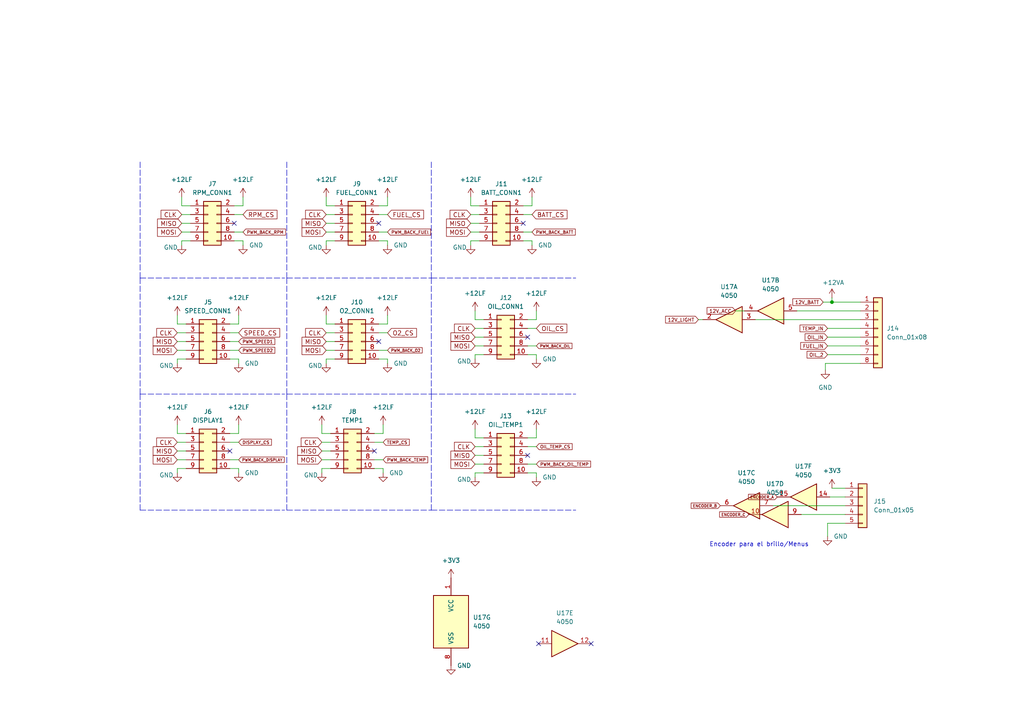
<source format=kicad_sch>
(kicad_sch (version 20211123) (generator eeschema)
  (paper "A4")
  (title_block (title "DashDash Mainboard") (date "2022-07-18") (rev "v2.0.0") (company "Churrosoft"))
  (lib_symbols
    (symbol "4xxx:4050" (pin_names (offset 1.016))
      (property "Reference" "U" (at 0 1.27 0))
      (property "Value" "4050" (at 0 -1.27 0))
      (symbol "4050_1_0"
        (polyline (pts (xy -3.81 3.81) (xy -3.81 -3.81) (xy 3.81 0) (xy -3.81 3.81)) (stroke (width 0.254)) (fill (type background)))
        (pin output line (at 7.62 0 180) (length 3.81) (name "~") (number "2"))
        (pin input line (at -7.62 0 0) (length 3.81) (name "~") (number "3"))
      )
      (symbol "4050_2_0"
        (polyline (pts (xy -3.81 3.81) (xy -3.81 -3.81) (xy 3.81 0) (xy -3.81 3.81)) (stroke (width 0.254)) (fill (type background)))
        (pin output line (at 7.62 0 180) (length 3.81) (name "~") (number "4"))
        (pin input line (at -7.62 0 0) (length 3.81) (name "~") (number "5"))
      )
      (symbol "4050_3_0"
        (polyline (pts (xy -3.81 3.81) (xy -3.81 -3.81) (xy 3.81 0) (xy -3.81 3.81)) (stroke (width 0.254)) (fill (type background)))
        (pin output line (at 7.62 0 180) (length 3.81) (name "~") (number "6"))
        (pin input line (at -7.62 0 0) (length 3.81) (name "~") (number "7"))
      )
      (symbol "4050_4_0"
        (polyline (pts (xy -3.81 3.81) (xy -3.81 -3.81) (xy 3.81 0) (xy -3.81 3.81)) (stroke (width 0.254)) (fill (type background)))
        (pin output line (at 7.62 0 180) (length 3.81) (name "~") (number "10"))
        (pin input line (at -7.62 0 0) (length 3.81) (name "~") (number "9"))
      )
      (symbol "4050_5_0"
        (polyline (pts (xy -3.81 3.81) (xy -3.81 -3.81) (xy 3.81 0) (xy -3.81 3.81)) (stroke (width 0.254)) (fill (type background)))
        (pin input line (at -7.62 0 0) (length 3.81) (name "~") (number "11"))
        (pin output line (at 7.62 0 180) (length 3.81) (name "~") (number "12"))
      )
      (symbol "4050_6_0"
        (polyline (pts (xy -3.81 3.81) (xy -3.81 -3.81) (xy 3.81 0) (xy -3.81 3.81)) (stroke (width 0.254)) (fill (type background)))
        (pin input line (at -7.62 0 0) (length 3.81) (name "~") (number "14"))
        (pin output line (at 7.62 0 180) (length 3.81) (name "~") (number "15"))
      )
      (symbol "4050_7_0"
        (pin power_in line (at 0 12.7 270) (length 5.08) (name "VCC") (number "1"))
        (pin power_in line (at 0 -12.7 90) (length 5.08) (name "VSS") (number "8"))
      )
      (symbol "4050_7_1"
        (rectangle (start -5.08 7.62) (end 5.08 -7.62) (stroke (width 0.254)) (fill (type background)))
      )
    )
    (symbol "Connector_Generic:Conn_01x05" (pin_names (offset 1.016) hide)
      (property "Reference" "J" (at 0 7.62 0))
      (property "Value" "Conn_01x05" (at 0 -7.62 0))
      (symbol "Conn_01x05_1_1"
        (rectangle (start -1.27 -4.953) (end 0 -5.207) (stroke (width 0.1524)))
        (rectangle (start -1.27 -2.413) (end 0 -2.667) (stroke (width 0.1524)))
        (rectangle (start -1.27 0.127) (end 0 -0.127) (stroke (width 0.1524)))
        (rectangle (start -1.27 2.667) (end 0 2.413) (stroke (width 0.1524)))
        (rectangle (start -1.27 5.207) (end 0 4.953) (stroke (width 0.1524)))
        (rectangle (start -1.27 6.35) (end 1.27 -6.35) (stroke (width 0.254)) (fill (type background)))
        (pin passive line (at -5.08 5.08 0) (length 3.81) (name "Pin_1") (number "1"))
        (pin passive line (at -5.08 2.54 0) (length 3.81) (name "Pin_2") (number "2"))
        (pin passive line (at -5.08 0 0) (length 3.81) (name "Pin_3") (number "3"))
        (pin passive line (at -5.08 -2.54 0) (length 3.81) (name "Pin_4") (number "4"))
        (pin passive line (at -5.08 -5.08 0) (length 3.81) (name "Pin_5") (number "5"))
      )
    )
    (symbol "Connector_Generic:Conn_01x08" (pin_names (offset 1.016) hide)
      (property "Reference" "J" (at 0 10.16 0))
      (property "Value" "Conn_01x08" (at 0 -12.7 0))
      (symbol "Conn_01x08_1_1"
        (rectangle (start -1.27 -10.033) (end 0 -10.287) (stroke (width 0.1524)))
        (rectangle (start -1.27 -7.493) (end 0 -7.747) (stroke (width 0.1524)))
        (rectangle (start -1.27 -4.953) (end 0 -5.207) (stroke (width 0.1524)))
        (rectangle (start -1.27 -2.413) (end 0 -2.667) (stroke (width 0.1524)))
        (rectangle (start -1.27 0.127) (end 0 -0.127) (stroke (width 0.1524)))
        (rectangle (start -1.27 2.667) (end 0 2.413) (stroke (width 0.1524)))
        (rectangle (start -1.27 5.207) (end 0 4.953) (stroke (width 0.1524)))
        (rectangle (start -1.27 7.747) (end 0 7.493) (stroke (width 0.1524)))
        (rectangle (start -1.27 8.89) (end 1.27 -11.43) (stroke (width 0.254)) (fill (type background)))
        (pin passive line (at -5.08 7.62 0) (length 3.81) (name "Pin_1") (number "1"))
        (pin passive line (at -5.08 5.08 0) (length 3.81) (name "Pin_2") (number "2"))
        (pin passive line (at -5.08 2.54 0) (length 3.81) (name "Pin_3") (number "3"))
        (pin passive line (at -5.08 0 0) (length 3.81) (name "Pin_4") (number "4"))
        (pin passive line (at -5.08 -2.54 0) (length 3.81) (name "Pin_5") (number "5"))
        (pin passive line (at -5.08 -5.08 0) (length 3.81) (name "Pin_6") (number "6"))
        (pin passive line (at -5.08 -7.62 0) (length 3.81) (name "Pin_7") (number "7"))
        (pin passive line (at -5.08 -10.16 0) (length 3.81) (name "Pin_8") (number "8"))
      )
    )
    (symbol "Connector_Generic:Conn_02x05_Odd_Even" (pin_names (offset 1.016) hide)
      (property "Reference" "J" (at 1.27 7.62 0))
      (property "Value" "Conn_02x05_Odd_Even" (at 1.27 -7.62 0))
      (symbol "Conn_02x05_Odd_Even_1_1"
        (rectangle (start -1.27 -4.953) (end 0 -5.207) (stroke (width 0.1524)))
        (rectangle (start -1.27 -2.413) (end 0 -2.667) (stroke (width 0.1524)))
        (rectangle (start -1.27 0.127) (end 0 -0.127) (stroke (width 0.1524)))
        (rectangle (start -1.27 2.667) (end 0 2.413) (stroke (width 0.1524)))
        (rectangle (start -1.27 5.207) (end 0 4.953) (stroke (width 0.1524)))
        (rectangle (start -1.27 6.35) (end 3.81 -6.35) (stroke (width 0.254)) (fill (type background)))
        (rectangle (start 3.81 -4.953) (end 2.54 -5.207) (stroke (width 0.1524)))
        (rectangle (start 3.81 -2.413) (end 2.54 -2.667) (stroke (width 0.1524)))
        (rectangle (start 3.81 0.127) (end 2.54 -0.127) (stroke (width 0.1524)))
        (rectangle (start 3.81 2.667) (end 2.54 2.413) (stroke (width 0.1524)))
        (rectangle (start 3.81 5.207) (end 2.54 4.953) (stroke (width 0.1524)))
        (pin passive line (at -5.08 5.08 0) (length 3.81) (name "Pin_1") (number "1"))
        (pin passive line (at 7.62 -5.08 180) (length 3.81) (name "Pin_10") (number "10"))
        (pin passive line (at 7.62 5.08 180) (length 3.81) (name "Pin_2") (number "2"))
        (pin passive line (at -5.08 2.54 0) (length 3.81) (name "Pin_3") (number "3"))
        (pin passive line (at 7.62 2.54 180) (length 3.81) (name "Pin_4") (number "4"))
        (pin passive line (at -5.08 0 0) (length 3.81) (name "Pin_5") (number "5"))
        (pin passive line (at 7.62 0 180) (length 3.81) (name "Pin_6") (number "6"))
        (pin passive line (at -5.08 -2.54 0) (length 3.81) (name "Pin_7") (number "7"))
        (pin passive line (at 7.62 -2.54 180) (length 3.81) (name "Pin_8") (number "8"))
        (pin passive line (at -5.08 -5.08 0) (length 3.81) (name "Pin_9") (number "9"))
      )
    )
    (symbol "power:+12LF" (power) (pin_names (offset 0))
      (property "Value" "+12LF" (at 0 3.556 0))
      (symbol "+12LF_0_1"
        (polyline (pts (xy -0.762 1.27) (xy 0 2.54)))
        (polyline (pts (xy 0 0) (xy 0 2.54)))
        (polyline (pts (xy 0 2.54) (xy 0.762 1.27)))
      )
      (symbol "+12LF_1_1"
        (pin power_in line (at 0 0 90) (length 0) hide (name "+12LF") (number "1"))
      )
    )
    (symbol "power:+12VA" (power) (pin_names (offset 0))
      (property "Value" "+12VA" (at 0 3.556 0))
      (symbol "+12VA_0_1"
        (polyline (pts (xy -0.762 1.27) (xy 0 2.54)))
        (polyline (pts (xy 0 0) (xy 0 2.54)))
        (polyline (pts (xy 0 2.54) (xy 0.762 1.27)))
      )
      (symbol "+12VA_1_1"
        (pin power_in line (at 0 0 90) (length 0) hide (name "+12VA") (number "1"))
      )
    )
    (symbol "power:+3V3" (power) (pin_names (offset 0))
      (property "Value" "+3V3" (at 0 3.556 0))
      (symbol "+3V3_0_1"
        (polyline (pts (xy -0.762 1.27) (xy 0 2.54)))
        (polyline (pts (xy 0 0) (xy 0 2.54)))
        (polyline (pts (xy 0 2.54) (xy 0.762 1.27)))
      )
      (symbol "+3V3_1_1"
        (pin power_in line (at 0 0 90) (length 0) hide (name "+3V3") (number "1"))
      )
    )
    (symbol "power:GND" (power) (pin_names (offset 0))
      (property "Value" "GND" (at 0 -3.81 0))
      (symbol "GND_0_1"
        (polyline (pts (xy 0 0) (xy 0 -1.27) (xy 1.27 -1.27) (xy 0 -2.54) (xy -1.27 -1.27) (xy 0 -1.27)))
      )
      (symbol "GND_1_1"
        (pin power_in line (at 0 0 270) (length 0) hide (name "GND") (number "1"))
      )
    )
  )
  (junction (at 241.3 87.63))
  (no_connect (at 171.45 186.69))
  (no_connect (at 153.035 97.79))
  (no_connect (at 151.765 64.77))
  (no_connect (at 67.945 64.77))
  (no_connect (at 109.855 99.06))
  (no_connect (at 109.855 64.77))
  (no_connect (at 153.035 132.08))
  (no_connect (at 156.21 186.69))
  (no_connect (at 108.585 130.81))
  (no_connect (at 66.675 130.81))
  (wire (pts (xy 111.125 123.19) (xy 111.125 125.73)))
  (polyline (pts (xy 40.64 80.645) (xy 82.55 80.645)))
  (wire (pts (xy 109.855 62.23) (xy 112.395 62.23)))
  (wire (pts (xy 94.615 93.98) (xy 97.155 93.98)))
  (wire (pts (xy 224.155 146.685) (xy 245.11 146.685)))
  (wire (pts (xy 94.615 96.52) (xy 97.155 96.52)))
  (wire (pts (xy 240.665 144.145) (xy 245.11 144.145)))
  (wire (pts (xy 151.765 62.23) (xy 154.305 62.23)))
  (wire (pts (xy 93.345 130.81) (xy 95.885 130.81)))
  (wire (pts (xy 137.795 127) (xy 140.335 127)))
  (polyline (pts (xy 125.095 80.645) (xy 125.095 114.3)))
  (wire (pts (xy 137.795 100.33) (xy 140.335 100.33)))
  (wire (pts (xy 52.705 62.23) (xy 55.245 62.23)))
  (wire (pts (xy 51.435 104.14) (xy 51.435 105.41)))
  (wire (pts (xy 109.855 67.31) (xy 112.395 67.31)))
  (polyline (pts (xy 83.185 80.645) (xy 83.185 114.3)))
  (wire (pts (xy 66.675 135.89) (xy 69.215 135.89)))
  (wire (pts (xy 137.795 132.08) (xy 140.335 132.08)))
  (wire (pts (xy 231.14 90.17) (xy 249.555 90.17)))
  (wire (pts (xy 53.975 135.89) (xy 51.435 135.89)))
  (wire (pts (xy 94.615 64.77) (xy 97.155 64.77)))
  (wire (pts (xy 52.705 64.77) (xy 55.245 64.77)))
  (wire (pts (xy 153.035 137.16) (xy 155.575 137.16)))
  (wire (pts (xy 155.575 137.16) (xy 155.575 138.43)))
  (polyline (pts (xy 83.185 147.955) (xy 125.095 147.955)))
  (wire (pts (xy 97.155 104.14) (xy 94.615 104.14)))
  (wire (pts (xy 155.575 124.46) (xy 155.575 127)))
  (wire (pts (xy 112.395 57.15) (xy 112.395 59.69)))
  (wire (pts (xy 55.245 69.85) (xy 52.705 69.85)))
  (wire (pts (xy 154.305 69.85) (xy 154.305 71.12)))
  (wire (pts (xy 109.855 96.52) (xy 112.395 96.52)))
  (wire (pts (xy 109.855 101.6) (xy 112.395 101.6)))
  (wire (pts (xy 69.215 125.73) (xy 66.675 125.73)))
  (polyline (pts (xy 40.64 80.645) (xy 40.64 114.3)))
  (polyline (pts (xy 40.64 114.3) (xy 40.64 147.955)))
  (wire (pts (xy 52.705 69.85) (xy 52.705 71.12)))
  (wire (pts (xy 70.485 59.69) (xy 67.945 59.69)))
  (wire (pts (xy 137.795 97.79) (xy 140.335 97.79)))
  (wire (pts (xy 51.435 123.19) (xy 51.435 125.73)))
  (wire (pts (xy 136.525 69.85) (xy 136.525 71.12)))
  (wire (pts (xy 202.565 92.71) (xy 203.835 92.71)))
  (wire (pts (xy 69.215 135.89) (xy 69.215 137.16)))
  (wire (pts (xy 67.945 67.31) (xy 70.485 67.31)))
  (wire (pts (xy 69.215 104.14) (xy 69.215 105.41)))
  (wire (pts (xy 140.335 102.87) (xy 137.795 102.87)))
  (polyline (pts (xy 125.095 114.3) (xy 125.095 147.955)))
  (wire (pts (xy 94.615 59.69) (xy 97.155 59.69)))
  (polyline (pts (xy 83.185 114.3) (xy 125.095 114.3)))
  (wire (pts (xy 66.675 128.27) (xy 69.215 128.27)))
  (wire (pts (xy 94.615 67.31) (xy 97.155 67.31)))
  (wire (pts (xy 111.125 125.73) (xy 108.585 125.73)))
  (wire (pts (xy 136.525 59.69) (xy 139.065 59.69)))
  (wire (pts (xy 94.615 57.15) (xy 94.615 59.69)))
  (wire (pts (xy 153.035 100.33) (xy 155.575 100.33)))
  (polyline (pts (xy 83.185 80.645) (xy 125.095 80.645)))
  (wire (pts (xy 108.585 133.35) (xy 111.125 133.35)))
  (wire (pts (xy 213.36 90.17) (xy 215.9 90.17)))
  (wire (pts (xy 69.215 91.44) (xy 69.215 93.98)))
  (polyline (pts (xy 125.095 80.645) (xy 167.005 80.645)))
  (wire (pts (xy 108.585 135.89) (xy 111.125 135.89)))
  (wire (pts (xy 154.305 57.15) (xy 154.305 59.69)))
  (wire (pts (xy 53.975 104.14) (xy 51.435 104.14)))
  (wire (pts (xy 154.305 59.69) (xy 151.765 59.69)))
  (wire (pts (xy 94.615 101.6) (xy 97.155 101.6)))
  (wire (pts (xy 109.855 104.14) (xy 112.395 104.14)))
  (wire (pts (xy 70.485 69.85) (xy 70.485 71.12)))
  (wire (pts (xy 51.435 130.81) (xy 53.975 130.81)))
  (polyline (pts (xy 40.64 46.99) (xy 40.64 80.645)))
  (wire (pts (xy 151.765 67.31) (xy 154.305 67.31)))
  (polyline (pts (xy 83.185 114.3) (xy 83.185 147.955)))
  (wire (pts (xy 137.795 134.62) (xy 140.335 134.62)))
  (wire (pts (xy 137.795 137.16) (xy 137.795 138.43)))
  (wire (pts (xy 67.945 69.85) (xy 70.485 69.85)))
  (wire (pts (xy 51.435 135.89) (xy 51.435 137.16)))
  (wire (pts (xy 112.395 93.98) (xy 109.855 93.98)))
  (wire (pts (xy 240.03 97.79) (xy 249.555 97.79)))
  (wire (pts (xy 109.855 69.85) (xy 112.395 69.85)))
  (wire (pts (xy 93.345 133.35) (xy 95.885 133.35)))
  (wire (pts (xy 108.585 128.27) (xy 111.125 128.27)))
  (polyline (pts (xy 40.64 147.955) (xy 82.55 147.955)))
  (wire (pts (xy 51.435 93.98) (xy 53.975 93.98)))
  (wire (pts (xy 137.795 129.54) (xy 140.335 129.54)))
  (wire (pts (xy 140.335 137.16) (xy 137.795 137.16)))
  (wire (pts (xy 51.435 101.6) (xy 53.975 101.6)))
  (wire (pts (xy 52.705 67.31) (xy 55.245 67.31)))
  (wire (pts (xy 94.615 104.14) (xy 94.615 105.41)))
  (wire (pts (xy 240.03 95.25) (xy 249.555 95.25)))
  (wire (pts (xy 70.485 57.15) (xy 70.485 59.69)))
  (wire (pts (xy 219.075 92.71) (xy 249.555 92.71)))
  (wire (pts (xy 94.615 69.85) (xy 94.615 71.12)))
  (wire (pts (xy 232.41 149.225) (xy 245.11 149.225)))
  (wire (pts (xy 51.435 128.27) (xy 53.975 128.27)))
  (wire (pts (xy 240.03 151.765) (xy 245.11 151.765)))
  (polyline (pts (xy 83.185 46.99) (xy 83.185 80.645)))
  (wire (pts (xy 136.525 67.31) (xy 139.065 67.31)))
  (wire (pts (xy 137.795 124.46) (xy 137.795 127)))
  (wire (pts (xy 240.03 155.575) (xy 240.03 151.765)))
  (wire (pts (xy 239.395 105.41) (xy 249.555 105.41)))
  (wire (pts (xy 241.3 141.605) (xy 245.11 141.605)))
  (wire (pts (xy 51.435 133.35) (xy 53.975 133.35)))
  (wire (pts (xy 139.065 69.85) (xy 136.525 69.85)))
  (wire (pts (xy 51.435 99.06) (xy 53.975 99.06)))
  (wire (pts (xy 95.885 135.89) (xy 93.345 135.89)))
  (wire (pts (xy 238.76 87.63) (xy 241.3 87.63)))
  (wire (pts (xy 94.615 91.44) (xy 94.615 93.98)))
  (wire (pts (xy 97.155 69.85) (xy 94.615 69.85)))
  (wire (pts (xy 69.215 123.19) (xy 69.215 125.73)))
  (wire (pts (xy 137.795 90.17) (xy 137.795 92.71)))
  (wire (pts (xy 153.035 95.25) (xy 155.575 95.25)))
  (wire (pts (xy 155.575 90.17) (xy 155.575 92.71)))
  (wire (pts (xy 155.575 102.87) (xy 155.575 104.14)))
  (wire (pts (xy 69.215 93.98) (xy 66.675 93.98)))
  (wire (pts (xy 153.035 134.62) (xy 155.575 134.62)))
  (wire (pts (xy 66.675 101.6) (xy 69.215 101.6)))
  (wire (pts (xy 112.395 91.44) (xy 112.395 93.98)))
  (wire (pts (xy 51.435 91.44) (xy 51.435 93.98)))
  (polyline (pts (xy 40.64 114.3) (xy 82.55 114.3)))
  (polyline (pts (xy 125.095 114.3) (xy 167.005 114.3)))
  (wire (pts (xy 94.615 99.06) (xy 97.155 99.06)))
  (wire (pts (xy 137.795 95.25) (xy 140.335 95.25)))
  (wire (pts (xy 239.395 107.315) (xy 239.395 105.41)))
  (wire (pts (xy 66.675 104.14) (xy 69.215 104.14)))
  (wire (pts (xy 93.345 135.89) (xy 93.345 137.16)))
  (wire (pts (xy 52.705 57.15) (xy 52.705 59.69)))
  (wire (pts (xy 155.575 92.71) (xy 153.035 92.71)))
  (wire (pts (xy 153.035 129.54) (xy 155.575 129.54)))
  (wire (pts (xy 112.395 104.14) (xy 112.395 105.41)))
  (polyline (pts (xy 125.095 46.99) (xy 125.095 80.645)))
  (wire (pts (xy 51.435 125.73) (xy 53.975 125.73)))
  (wire (pts (xy 93.345 128.27) (xy 95.885 128.27)))
  (wire (pts (xy 51.435 96.52) (xy 53.975 96.52)))
  (wire (pts (xy 111.125 135.89) (xy 111.125 137.16)))
  (wire (pts (xy 94.615 62.23) (xy 97.155 62.23)))
  (wire (pts (xy 112.395 59.69) (xy 109.855 59.69)))
  (wire (pts (xy 93.345 123.19) (xy 93.345 125.73)))
  (wire (pts (xy 67.945 62.23) (xy 70.485 62.23)))
  (wire (pts (xy 153.035 102.87) (xy 155.575 102.87)))
  (polyline (pts (xy 125.095 147.955) (xy 167.005 147.955)))
  (wire (pts (xy 137.795 92.71) (xy 140.335 92.71)))
  (wire (pts (xy 93.345 125.73) (xy 95.885 125.73)))
  (wire (pts (xy 136.525 57.15) (xy 136.525 59.69)))
  (wire (pts (xy 241.3 86.36) (xy 241.3 87.63)))
  (wire (pts (xy 66.675 133.35) (xy 69.215 133.35)))
  (wire (pts (xy 151.765 69.85) (xy 154.305 69.85)))
  (wire (pts (xy 155.575 127) (xy 153.035 127)))
  (wire (pts (xy 66.675 96.52) (xy 69.215 96.52)))
  (wire (pts (xy 52.705 59.69) (xy 55.245 59.69)))
  (wire (pts (xy 240.03 100.33) (xy 249.555 100.33)))
  (wire (pts (xy 241.3 87.63) (xy 249.555 87.63)))
  (wire (pts (xy 112.395 69.85) (xy 112.395 71.12)))
  (wire (pts (xy 137.795 102.87) (xy 137.795 104.14)))
  (wire (pts (xy 240.03 102.87) (xy 249.555 102.87)))
  (wire (pts (xy 136.525 62.23) (xy 139.065 62.23)))
  (wire (pts (xy 136.525 64.77) (xy 139.065 64.77)))
  (wire (pts (xy 66.675 99.06) (xy 69.215 99.06)))
  (text "Encoder para el brillo/Menus" (at 205.74 158.75 0) (effects (font (size 1.27 1.27)) (justify left bottom)))
  (global_label "TEMP_CS" (shape input) (at 111.125 128.27 0) (effects (font (size 0.9 0.9))) (property "Referencias entre hojas" "${INTERSHEET_REFS}" (effects hide)))
  (global_label "BATT_CS" (shape input) (at 154.305 62.23 0) (property "Referencias entre hojas" "${INTERSHEET_REFS}" (effects hide)))
  (global_label "MOSI" (shape input) (at 136.525 67.31 180) (property "Referencias entre hojas" "${INTERSHEET_REFS}" (effects hide)))
  (global_label "MOSI" (shape input) (at 94.615 67.31 180) (property "Referencias entre hojas" "${INTERSHEET_REFS}" (effects hide)))
  (global_label "RPM_CS" (shape input) (at 70.485 62.23 0) (property "Referencias entre hojas" "${INTERSHEET_REFS}" (effects hide)))
  (global_label "12V_LIGHT" (shape input) (at 202.565 92.71 180) (effects (font (size 1 1))) (property "Referencias entre hojas" "${INTERSHEET_REFS}" (effects hide)))
  (global_label "MOSI" (shape input) (at 94.615 101.6 180) (property "Referencias entre hojas" "${INTERSHEET_REFS}" (effects hide)))
  (global_label "MISO" (shape input) (at 51.435 99.06 180) (property "Referencias entre hojas" "${INTERSHEET_REFS}" (effects hide)))
  (global_label "MISO" (shape input) (at 137.795 132.08 180) (property "Referencias entre hojas" "${INTERSHEET_REFS}" (effects hide)))
  (global_label "PWM_SPEED2" (shape input) (at 69.215 101.6 0) (effects (font (size 0.9 0.9))) (property "Referencias entre hojas" "${INTERSHEET_REFS}" (effects hide)))
  (global_label "TEMP_IN" (shape input) (at 240.03 95.25 180) (effects (font (size 1 1))) (property "Referencias entre hojas" "${INTERSHEET_REFS}" (effects hide)))
  (global_label "PWM_BACK_RPM" (shape input) (at 70.485 67.31 0) (effects (font (size 0.9 0.9))) (property "Referencias entre hojas" "${INTERSHEET_REFS}" (effects hide)))
  (global_label "12V_BATT" (shape input) (at 238.76 87.63 180) (effects (font (size 1 1))) (property "Referencias entre hojas" "${INTERSHEET_REFS}" (effects hide)))
  (global_label "MOSI" (shape input) (at 51.435 133.35 180) (property "Referencias entre hojas" "${INTERSHEET_REFS}" (effects hide)))
  (global_label "CLK" (shape input) (at 94.615 96.52 180) (property "Referencias entre hojas" "${INTERSHEET_REFS}" (effects hide)))
  (global_label "12V_ACC" (shape input) (at 213.36 90.17 180) (effects (font (size 1 1))) (property "Referencias entre hojas" "${INTERSHEET_REFS}" (effects hide)))
  (global_label "PWM_BACK_DISPLAY" (shape input) (at 69.215 133.35 0) (effects (font (size 0.8 0.8))) (property "Referencias entre hojas" "${INTERSHEET_REFS}" (effects hide)))
  (global_label "FUEL_IN" (shape input) (at 240.03 100.33 180) (effects (font (size 1 1))) (property "Referencias entre hojas" "${INTERSHEET_REFS}" (effects hide)))
  (global_label "OIL_CS" (shape input) (at 155.575 95.25 0) (property "Referencias entre hojas" "${INTERSHEET_REFS}" (effects hide)))
  (global_label "ENCODER_A" (shape input) (at 225.425 144.145 180) (effects (font (size 0.8 0.8))) (property "Referencias entre hojas" "${INTERSHEET_REFS}" (effects hide)))
  (global_label "SPEED_CS" (shape input) (at 69.215 96.52 0) (property "Referencias entre hojas" "${INTERSHEET_REFS}" (effects hide)))
  (global_label "MOSI" (shape input) (at 51.435 101.6 180) (property "Referencias entre hojas" "${INTERSHEET_REFS}" (effects hide)))
  (global_label "CLK" (shape input) (at 136.525 62.23 180) (property "Referencias entre hojas" "${INTERSHEET_REFS}" (effects hide)))
  (global_label "MISO" (shape input) (at 136.525 64.77 180) (property "Referencias entre hojas" "${INTERSHEET_REFS}" (effects hide)))
  (global_label "OIL_IN" (shape input) (at 240.03 97.79 180) (effects (font (size 1 1))) (property "Referencias entre hojas" "${INTERSHEET_REFS}" (effects hide)))
  (global_label "MISO" (shape input) (at 51.435 130.81 180) (property "Referencias entre hojas" "${INTERSHEET_REFS}" (effects hide)))
  (global_label "MISO" (shape input) (at 52.705 64.77 180) (property "Referencias entre hojas" "${INTERSHEET_REFS}" (effects hide)))
  (global_label "CLK" (shape input) (at 51.435 128.27 180) (property "Referencias entre hojas" "${INTERSHEET_REFS}" (effects hide)))
  (global_label "MOSI" (shape input) (at 137.795 100.33 180) (property "Referencias entre hojas" "${INTERSHEET_REFS}" (effects hide)))
  (global_label "MISO" (shape input) (at 93.345 130.81 180) (property "Referencias entre hojas" "${INTERSHEET_REFS}" (effects hide)))
  (global_label "OIL_TEMP_CS" (shape input) (at 155.575 129.54 0) (effects (font (size 0.9 0.9))) (property "Referencias entre hojas" "${INTERSHEET_REFS}" (effects hide)))
  (global_label "CLK" (shape input) (at 137.795 95.25 180) (property "Referencias entre hojas" "${INTERSHEET_REFS}" (effects hide)))
  (global_label "CLK" (shape input) (at 51.435 96.52 180) (property "Referencias entre hojas" "${INTERSHEET_REFS}" (effects hide)))
  (global_label "MISO" (shape input) (at 94.615 99.06 180) (property "Referencias entre hojas" "${INTERSHEET_REFS}" (effects hide)))
  (global_label "PWM_SPEED1" (shape input) (at 69.215 99.06 0) (effects (font (size 0.9 0.9))) (property "Referencias entre hojas" "${INTERSHEET_REFS}" (effects hide)))
  (global_label "ENCODER_B" (shape input) (at 208.915 146.685 180) (effects (font (size 0.8 0.8))) (property "Referencias entre hojas" "${INTERSHEET_REFS}" (effects hide)))
  (global_label "DISPLAY_CS" (shape input) (at 69.215 128.27 0) (effects (font (size 0.9 0.9))) (property "Referencias entre hojas" "${INTERSHEET_REFS}" (effects hide)))
  (global_label "OIL_2" (shape input) (at 240.03 102.87 180) (effects (font (size 1 1))) (property "Referencias entre hojas" "${INTERSHEET_REFS}" (effects hide)))
  (global_label "PWM_BACK_O2" (shape input) (at 112.395 101.6 0) (effects (font (size 0.8 0.8))) (property "Referencias entre hojas" "${INTERSHEET_REFS}" (effects hide)))
  (global_label "MISO" (shape input) (at 94.615 64.77 180) (property "Referencias entre hojas" "${INTERSHEET_REFS}" (effects hide)))
  (global_label "CLK" (shape input) (at 94.615 62.23 180) (property "Referencias entre hojas" "${INTERSHEET_REFS}" (effects hide)))
  (global_label "O2_CS" (shape input) (at 112.395 96.52 0) (property "Referencias entre hojas" "${INTERSHEET_REFS}" (effects hide)))
  (global_label "MOSI" (shape input) (at 52.705 67.31 180) (property "Referencias entre hojas" "${INTERSHEET_REFS}" (effects hide)))
  (global_label "CLK" (shape input) (at 52.705 62.23 180) (property "Referencias entre hojas" "${INTERSHEET_REFS}" (effects hide)))
  (global_label "PWM_BACK_OIL" (shape input) (at 155.575 100.33 0) (effects (font (size 0.8 0.8))) (property "Referencias entre hojas" "${INTERSHEET_REFS}" (effects hide)))
  (global_label "CLK" (shape input) (at 93.345 128.27 180) (property "Referencias entre hojas" "${INTERSHEET_REFS}" (effects hide)))
  (global_label "PWM_BACK_FUEl" (shape input) (at 112.395 67.31 0) (effects (font (size 0.9 0.9))) (property "Referencias entre hojas" "${INTERSHEET_REFS}" (effects hide)))
  (global_label "ENCODER_C" (shape input) (at 217.17 149.225 180) (effects (font (size 0.8 0.8))) (property "Referencias entre hojas" "${INTERSHEET_REFS}" (effects hide)))
  (global_label "MOSI" (shape input) (at 137.795 134.62 180) (property "Referencias entre hojas" "${INTERSHEET_REFS}" (effects hide)))
  (global_label "FUEL_CS" (shape input) (at 112.395 62.23 0) (property "Referencias entre hojas" "${INTERSHEET_REFS}" (effects hide)))
  (global_label "MOSI" (shape input) (at 93.345 133.35 180) (property "Referencias entre hojas" "${INTERSHEET_REFS}" (effects hide)))
  (global_label "PWM_BACK_OIL_TEMP" (shape input) (at 155.575 134.62 0) (effects (font (size 0.9 0.9))) (property "Referencias entre hojas" "${INTERSHEET_REFS}" (effects hide)))
  (global_label "MISO" (shape input) (at 137.795 97.79 180) (property "Referencias entre hojas" "${INTERSHEET_REFS}" (effects hide)))
  (global_label "CLK" (shape input) (at 137.795 129.54 180) (property "Referencias entre hojas" "${INTERSHEET_REFS}" (effects hide)))
  (global_label "PWM_BACK_TEMP" (shape input) (at 111.125 133.35 0) (effects (font (size 0.9 0.9))) (property "Referencias entre hojas" "${INTERSHEET_REFS}" (effects hide)))
  (global_label "PWM_BACK_BATT" (shape input) (at 154.305 67.31 0) (effects (font (size 0.9 0.9))) (property "Referencias entre hojas" "${INTERSHEET_REFS}" (effects hide)))
  (symbol (lib_id "power:+12LF") (at 52.705 57.15 0) (unit 1)
    (property "Reference" "#PWR061" (effects hide))
    (property "Value" "+12LF" (at 52.705 52.07 0))
  )
  (symbol (lib_id "power:+12LF") (at 69.215 91.44 0) (unit 1)
    (property "Reference" "#PWR062" (effects hide))
    (property "Value" "+12LF" (at 69.215 86.36 0))
  )
  (symbol (lib_id "power:+12LF") (at 51.435 123.19 0) (unit 1)
    (property "Reference" "#PWR049" (effects hide))
    (property "Value" "+12LF" (at 51.435 118.11 0))
  )
  (symbol (lib_id "power:GND") (at 130.81 193.04 0) (unit 1)
    (property "Reference" "#PWR085" (effects hide))
    (property "Value" "GND" (at 134.62 193.04 0))
  )
  (symbol (lib_id "power:GND") (at 112.395 71.12 0) (unit 1)
    (property "Reference" "#PWR0107" (effects hide))
    (property "Value" "GND" (at 116.205 71.12 0))
  )
  (symbol (lib_id "power:GND") (at 240.03 155.575 0) (unit 1)
    (property "Reference" "#PWR0125" (effects hide))
    (property "Value" "GND" (at 243.84 155.575 0))
  )
  (symbol (lib_id "power:+12LF") (at 155.575 124.46 0) (unit 1)
    (property "Reference" "#PWR0106" (effects hide))
    (property "Value" "+12LF" (at 155.575 119.38 0))
  )
  (symbol (lib_id "power:GND") (at 112.395 105.41 0) (unit 1)
    (property "Reference" "#PWR0109" (effects hide))
    (property "Value" "GND" (at 116.205 105.41 0))
  )
  (symbol (lib_id "power:GND") (at 155.575 138.43 0) (unit 1)
    (property "Reference" "#PWR0121" (effects hide))
    (property "Value" "GND" (at 159.385 138.43 0))
  )
  (symbol (lib_id "power:GND") (at 137.795 104.14 0) (unit 1)
    (property "Reference" "#PWR0113" (effects hide))
    (property "Value" "GND" (at 134.62 104.775 0))
  )
  (symbol (lib_id "4xxx:4050") (at 233.045 144.145 180) (unit 6)
    (property "Reference" "U17" (at 233.045 135.255 0))
    (property "Value" "4050" (at 233.045 137.795 0))
    (property "Footprint" "Package_SO:TSSOP-16_4.4x5mm_P0.65mm" (effects hide))
    (property "Datasheet" "http://www.intersil.com/content/dam/intersil/documents/cd40/cd4050bms.pdf" (effects hide))
  )
  (symbol (lib_id "Connector_Generic:Conn_02x05_Odd_Even") (at 60.325 64.77 0) (unit 1)
    (property "Reference" "J7" (at 61.595 53.34 0))
    (property "Value" "RPM_CONN1" (at 61.595 55.88 0))
    (property "Footprint" "Connector_PinHeader_1.27mm:PinHeader_2x05_P1.27mm_Vertical" (effects hide))
    (property "DIGY" "https://www.digikey.com/en/products/detail/cnc-tech/3220-10-0100-00/3883661" (effects hide))
  )
  (symbol (lib_id "4xxx:4050") (at 211.455 92.71 180) (unit 1)
    (property "Reference" "U17" (at 211.455 83.185 0))
    (property "Value" "4050" (at 211.455 85.725 0))
    (property "Footprint" "Package_SO:TSSOP-16_4.4x5mm_P0.65mm" (effects hide))
    (property "Datasheet" "http://www.intersil.com/content/dam/intersil/documents/cd40/cd4050bms.pdf" (effects hide))
  )
  (symbol (lib_id "power:GND") (at 94.615 71.12 0) (unit 1)
    (property "Reference" "#PWR0101" (effects hide))
    (property "Value" "GND" (at 91.44 71.755 0))
  )
  (symbol (lib_id "power:+12LF") (at 93.345 123.19 0) (unit 1)
    (property "Reference" "#PWR079" (effects hide))
    (property "Value" "+12LF" (at 93.345 118.11 0))
  )
  (symbol (lib_id "4xxx:4050") (at 163.83 186.69 0) (unit 5)
    (property "Reference" "U17" (at 163.83 177.8 0))
    (property "Value" "4050" (at 163.83 180.34 0))
    (property "Footprint" "Package_SO:TSSOP-16_4.4x5mm_P0.65mm" (effects hide))
    (property "Datasheet" "http://www.intersil.com/content/dam/intersil/documents/cd40/cd4050bms.pdf" (effects hide))
  )
  (symbol (lib_id "power:GND") (at 136.525 71.12 0) (unit 1)
    (property "Reference" "#PWR0111" (effects hide))
    (property "Value" "GND" (at 133.35 71.755 0))
  )
  (symbol (lib_id "Connector_Generic:Conn_02x05_Odd_Even") (at 102.235 64.77 0) (unit 1)
    (property "Reference" "J9" (at 103.505 53.34 0))
    (property "Value" "FUEL_CONN1" (at 103.505 55.88 0))
    (property "Footprint" "Connector_PinHeader_1.27mm:PinHeader_2x05_P1.27mm_Vertical" (effects hide))
    (property "DIGY" "https://www.digikey.com/en/products/detail/cnc-tech/3220-10-0100-00/3883661" (effects hide))
  )
  (symbol (lib_id "power:+12LF") (at 70.485 57.15 0) (unit 1)
    (property "Reference" "#PWR064" (effects hide))
    (property "Value" "+12LF" (at 70.485 52.07 0))
  )
  (symbol (lib_id "power:+12LF") (at 69.215 123.19 0) (unit 1)
    (property "Reference" "#PWR063" (effects hide))
    (property "Value" "+12LF" (at 69.215 118.11 0))
  )
  (symbol (lib_id "power:GND") (at 154.305 71.12 0) (unit 1)
    (property "Reference" "#PWR0117" (effects hide))
    (property "Value" "GND" (at 158.115 71.12 0))
  )
  (symbol (lib_id "Connector_Generic:Conn_02x05_Odd_Even") (at 59.055 99.06 0) (unit 1)
    (property "Reference" "J5" (at 60.325 87.63 0))
    (property "Value" "SPEED_CONN1" (at 60.325 90.17 0))
    (property "Footprint" "Connector_PinHeader_1.27mm:PinHeader_2x05_P1.27mm_Vertical" (effects hide))
    (property "DIGY" "https://www.digikey.com/en/products/detail/cnc-tech/3220-10-0100-00/3883661" (effects hide))
  )
  (symbol (lib_id "power:GND") (at 70.485 71.12 0) (unit 1)
    (property "Reference" "#PWR097" (effects hide))
    (property "Value" "GND" (at 74.295 71.12 0))
  )
  (symbol (lib_id "Connector_Generic:Conn_02x05_Odd_Even") (at 144.145 64.77 0) (unit 1)
    (property "Reference" "J11" (at 145.415 53.34 0))
    (property "Value" "BATT_CONN1" (at 145.415 55.88 0))
    (property "Footprint" "Connector_PinHeader_1.27mm:PinHeader_2x05_P1.27mm_Vertical" (effects hide))
    (property "DIGY" "https://www.digikey.com/en/products/detail/cnc-tech/3220-10-0100-00/3883661" (effects hide))
  )
  (symbol (lib_id "Connector_Generic:Conn_02x05_Odd_Even") (at 145.415 132.08 0) (unit 1)
    (property "Reference" "J13" (at 146.685 120.65 0))
    (property "Value" "OIL_TEMP1" (at 146.685 123.19 0))
    (property "Footprint" "Connector_PinHeader_1.27mm:PinHeader_2x05_P1.27mm_Vertical" (effects hide))
    (property "DIGY" "https://www.digikey.com/en/products/detail/cnc-tech/3220-10-0100-00/3883661" (effects hide))
  )
  (symbol (lib_id "Connector_Generic:Conn_02x05_Odd_Even") (at 100.965 130.81 0) (unit 1)
    (property "Reference" "J8" (at 102.235 119.38 0))
    (property "Value" "TEMP1" (at 102.235 121.92 0))
    (property "Footprint" "Connector_PinHeader_1.27mm:PinHeader_2x05_P1.27mm_Vertical" (effects hide))
    (property "DIGY" "https://www.digikey.com/en/products/detail/cnc-tech/3220-10-0100-00/3883661" (effects hide))
  )
  (symbol (lib_id "power:GND") (at 51.435 105.41 0) (unit 1)
    (property "Reference" "#PWR087" (effects hide))
    (property "Value" "GND" (at 48.26 106.045 0))
  )
  (symbol (lib_id "power:+12LF") (at 155.575 90.17 0) (unit 1)
    (property "Reference" "#PWR0104" (effects hide))
    (property "Value" "+12LF" (at 155.575 85.09 0))
  )
  (symbol (lib_id "power:+12VA") (at 241.3 86.36 0) (unit 1)
    (property "Reference" "#PWR0134" (effects hide))
    (property "Value" "+12VA" (at 241.681 81.9658 0))
  )
  (symbol (lib_id "Connector_Generic:Conn_01x05") (at 250.19 146.685 0) (unit 1)
    (property "Reference" "J15" (at 253.365 145.4149 0) (effects (justify left)))
    (property "Value" "Conn_01x05" (at 253.365 147.9549 0) (effects (justify left)))
    (property "Footprint" "Connector_PinHeader_2.54mm:PinHeader_1x05_P2.54mm_Vertical" (effects hide))
  )
  (symbol (lib_id "Connector_Generic:Conn_02x05_Odd_Even") (at 145.415 97.79 0) (unit 1)
    (property "Reference" "J12" (at 146.685 86.36 0))
    (property "Value" "OIL_CONN1" (at 146.685 88.9 0))
    (property "Footprint" "Connector_PinHeader_1.27mm:PinHeader_2x05_P1.27mm_Vertical" (effects hide))
    (property "DIGY" "https://www.digikey.com/en/products/detail/cnc-tech/3220-10-0100-00/3883661" (effects hide))
  )
  (symbol (lib_id "4xxx:4050") (at 130.81 180.34 0) (unit 7)
    (property "Reference" "U17" (at 137.16 179.0699 0) (effects (justify left)))
    (property "Value" "4050" (at 137.16 181.6099 0) (effects (justify left)))
    (property "Footprint" "Package_SO:TSSOP-16_4.4x5mm_P0.65mm" (effects hide))
    (property "Datasheet" "http://www.intersil.com/content/dam/intersil/documents/cd40/cd4050bms.pdf" (effects hide))
  )
  (symbol (lib_id "power:+12LF") (at 112.395 91.44 0) (unit 1)
    (property "Reference" "#PWR094" (effects hide))
    (property "Value" "+12LF" (at 112.395 86.36 0))
  )
  (symbol (lib_id "power:+3V3") (at 130.81 167.64 0) (unit 1)
    (property "Reference" "#PWR084" (effects hide))
    (property "Value" "+3V3" (at 130.81 162.56 0))
  )
  (symbol (lib_id "power:GND") (at 52.705 71.12 0) (unit 1)
    (property "Reference" "#PWR091" (effects hide))
    (property "Value" "GND" (at 49.53 71.755 0))
  )
  (symbol (lib_id "power:+12LF") (at 94.615 91.44 0) (unit 1)
    (property "Reference" "#PWR088" (effects hide))
    (property "Value" "+12LF" (at 94.615 86.36 0))
  )
  (symbol (lib_id "power:+12LF") (at 137.795 90.17 0) (unit 1)
    (property "Reference" "#PWR098" (effects hide))
    (property "Value" "+12LF" (at 137.795 85.09 0))
  )
  (symbol (lib_id "power:GND") (at 69.215 105.41 0) (unit 1)
    (property "Reference" "#PWR093" (effects hide))
    (property "Value" "GND" (at 73.025 105.41 0))
  )
  (symbol (lib_id "power:+3V3") (at 241.3 141.605 0) (unit 1)
    (property "Reference" "#PWR0126" (effects hide))
    (property "Value" "+3V3" (at 241.3 136.525 0))
  )
  (symbol (lib_id "power:GND") (at 239.395 107.315 0) (unit 1)
    (property "Reference" "#PWR047" (effects hide))
    (property "Value" "GND" (at 239.395 112.395 0))
  )
  (symbol (lib_id "power:+12LF") (at 112.395 57.15 0) (unit 1)
    (property "Reference" "#PWR092" (effects hide))
    (property "Value" "+12LF" (at 112.395 52.07 0))
  )
  (symbol (lib_id "4xxx:4050") (at 216.535 146.685 180) (unit 3)
    (property "Reference" "U17" (at 216.535 137.16 0))
    (property "Value" "4050" (at 216.535 139.7 0))
    (property "Footprint" "Package_SO:TSSOP-16_4.4x5mm_P0.65mm" (effects hide))
    (property "Datasheet" "http://www.intersil.com/content/dam/intersil/documents/cd40/cd4050bms.pdf" (effects hide))
  )
  (symbol (lib_id "4xxx:4050") (at 224.79 149.225 180) (unit 4)
    (property "Reference" "U17" (at 224.79 140.335 0))
    (property "Value" "4050" (at 224.79 142.875 0))
    (property "Footprint" "Package_SO:TSSOP-16_4.4x5mm_P0.65mm" (effects hide))
    (property "Datasheet" "http://www.intersil.com/content/dam/intersil/documents/cd40/cd4050bms.pdf" (effects hide))
  )
  (symbol (lib_id "power:+12LF") (at 154.305 57.15 0) (unit 1)
    (property "Reference" "#PWR0102" (effects hide))
    (property "Value" "+12LF" (at 154.305 52.07 0))
  )
  (symbol (lib_id "power:GND") (at 111.125 137.16 0) (unit 1)
    (property "Reference" "#PWR0105" (effects hide))
    (property "Value" "GND" (at 114.935 137.16 0))
  )
  (symbol (lib_id "power:GND") (at 137.795 138.43 0) (unit 1)
    (property "Reference" "#PWR0115" (effects hide))
    (property "Value" "GND" (at 134.62 139.065 0))
  )
  (symbol (lib_id "power:+12LF") (at 94.615 57.15 0) (unit 1)
    (property "Reference" "#PWR086" (effects hide))
    (property "Value" "+12LF" (at 94.615 52.07 0))
  )
  (symbol (lib_id "power:+12LF") (at 137.795 124.46 0) (unit 1)
    (property "Reference" "#PWR0100" (effects hide))
    (property "Value" "+12LF" (at 137.795 119.38 0))
  )
  (symbol (lib_id "power:GND") (at 155.575 104.14 0) (unit 1)
    (property "Reference" "#PWR0119" (effects hide))
    (property "Value" "GND" (at 159.385 104.14 0))
  )
  (symbol (lib_id "Connector_Generic:Conn_02x05_Odd_Even") (at 102.235 99.06 0) (unit 1)
    (property "Reference" "J10" (at 103.505 87.63 0))
    (property "Value" "O2_CONN1" (at 103.505 90.17 0))
    (property "Footprint" "Connector_PinHeader_1.27mm:PinHeader_2x05_P1.27mm_Vertical" (effects hide))
    (property "DIGY" "https://www.digikey.com/en/products/detail/cnc-tech/3220-10-0100-00/3883661" (effects hide))
  )
  (symbol (lib_id "Connector_Generic:Conn_01x08") (at 254.635 95.25 0) (unit 1)
    (property "Reference" "J14" (at 257.175 95.2499 0) (effects (justify left)))
    (property "Value" "Conn_01x08" (at 257.175 97.7899 0) (effects (justify left)))
    (property "Footprint" "Connector_Molex:Molex_Micro-Fit_3.0_43045-0800_2x04_P3.00mm_Horizontal" (effects hide))
  )
  (symbol (lib_id "power:+12LF") (at 51.435 91.44 0) (unit 1)
    (property "Reference" "#PWR046" (effects hide))
    (property "Value" "+12LF" (at 51.435 86.36 0))
  )
  (symbol (lib_id "power:GND") (at 94.615 105.41 0) (unit 1)
    (property "Reference" "#PWR0103" (effects hide))
    (property "Value" "GND" (at 91.44 106.045 0))
  )
  (symbol (lib_id "power:+12LF") (at 111.125 123.19 0) (unit 1)
    (property "Reference" "#PWR090" (effects hide))
    (property "Value" "+12LF" (at 111.125 118.11 0))
  )
  (symbol (lib_id "power:GND") (at 69.215 137.16 0) (unit 1)
    (property "Reference" "#PWR095" (effects hide))
    (property "Value" "GND" (at 73.025 137.16 0))
  )
  (symbol (lib_id "power:GND") (at 93.345 137.16 0) (unit 1)
    (property "Reference" "#PWR099" (effects hide))
    (property "Value" "GND" (at 90.17 137.795 0))
  )
  (symbol (lib_id "Connector_Generic:Conn_02x05_Odd_Even") (at 59.055 130.81 0) (unit 1)
    (property "Reference" "J6" (at 60.325 119.38 0))
    (property "Value" "DISPLAY1" (at 60.325 121.92 0))
    (property "Footprint" "Connector_PinHeader_1.27mm:PinHeader_2x05_P1.27mm_Vertical" (effects hide))
    (property "DIGY" "https://www.digikey.com/en/products/detail/cnc-tech/3220-10-0100-00/3883661" (effects hide))
  )
  (symbol (lib_id "power:GND") (at 51.435 137.16 0) (unit 1)
    (property "Reference" "#PWR089" (effects hide))
    (property "Value" "GND" (at 48.26 137.795 0))
  )
  (symbol (lib_id "4xxx:4050") (at 223.52 90.17 180) (unit 2)
    (property "Reference" "U17" (at 223.52 81.28 0))
    (property "Value" "4050" (at 223.52 83.82 0))
    (property "Footprint" "Package_SO:TSSOP-16_4.4x5mm_P0.65mm" (effects hide))
    (property "Datasheet" "http://www.intersil.com/content/dam/intersil/documents/cd40/cd4050bms.pdf" (effects hide))
  )
  (symbol (lib_id "power:+12LF") (at 136.525 57.15 0) (unit 1)
    (property "Reference" "#PWR096" (effects hide))
    (property "Value" "+12LF" (at 136.525 52.07 0))
  )
)
</source>
